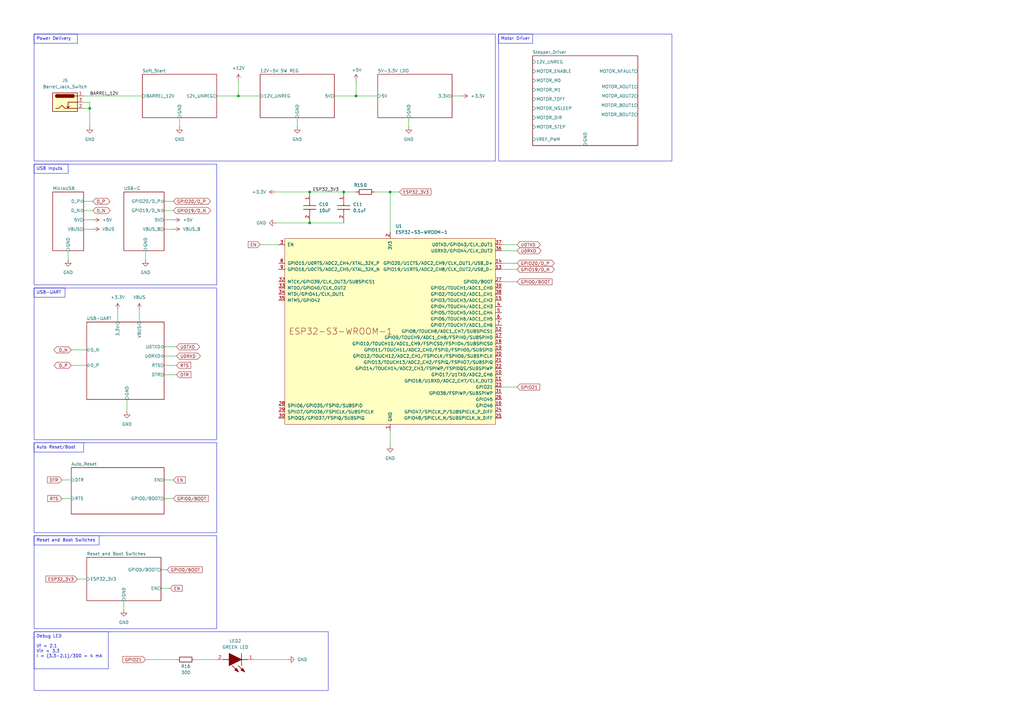
<source format=kicad_sch>
(kicad_sch (version 20250114) (generator "eeschema") (generator_version "9.0")
  (paper "A3")
  (title_block (title "PAF-hw_Electrical_Schematic") (date "2025-10-19") (rev "A"))
  (lib_symbols
    (symbol "Connector:Barrel_Jack_Switch" (pin_names (hide yes))
      (property "Reference" "J" (at 0 5.334 0))
      (property "Value" "Barrel_Jack_Switch" (at 0 -5.08 0))
      (symbol "Barrel_Jack_Switch_0_1"
        (rectangle (start -5.08 3.81) (end 5.08 -3.81) (stroke (width 0.254)) (fill (type background)))
        (polyline (pts (xy -3.81 -2.54) (xy -2.54 -2.54) (xy -1.27 -1.27) (xy 0 -2.54) (xy 2.54 -2.54) (xy 5.08 -2.54)) (stroke (width 0.254)))
        (arc (start -3.302 1.905) (mid -3.9343 2.54) (end -3.302 3.175) (stroke (width 0.254)))
        (arc (start -3.302 1.905) (mid -3.9343 2.54) (end -3.302 3.175) (stroke (width 0.254)) (fill (type outline)))
        (polyline (pts (xy 1.27 -2.286) (xy 1.905 -1.651)) (stroke (width 0.254)))
        (rectangle (start 3.683 3.175) (end -3.302 1.905) (stroke (width 0.254)) (fill (type outline)))
        (polyline (pts (xy 5.08 2.54) (xy 3.81 2.54)) (stroke (width 0.254)))
        (polyline (pts (xy 5.08 0) (xy 1.27 0) (xy 1.27 -2.286) (xy 0.635 -1.651)) (stroke (width 0.254)))
      )
      (symbol "Barrel_Jack_Switch_1_1"
        (pin passive line (at 7.62 2.54 180) (length 2.54) (name "~") (number "1"))
        (pin passive line (at 7.62 0 180) (length 2.54) (name "~") (number "3"))
        (pin passive line (at 7.62 -2.54 180) (length 2.54) (name "~") (number "2"))
      )
    )
    (symbol "Device:R" (pin_numbers (hide yes)) (pin_names (offset 0))
      (property "Reference" "R" (at 2.032 0 90))
      (property "Value" "R" (at 0 0 90))
      (symbol "R_0_1"
        (rectangle (start -1.016 -2.54) (end 1.016 2.54) (stroke (width 0.254)))
      )
      (symbol "R_1_1"
        (pin passive line (at 0 3.81 270) (length 1.27) (name "~") (number "1"))
        (pin passive line (at 0 -3.81 90) (length 1.27) (name "~") (number "2"))
      )
    )
    (symbol "PCM_Espressif:ESP32-S3-WROOM-1" (pin_names (offset 1.016))
      (property "Reference" "U" (at -43.18 43.18 0))
      (property "Value" "ESP32-S3-WROOM-1" (at -43.18 40.64 0))
      (symbol "ESP32-S3-WROOM-1_0_0"
        (text "ESP32-S3-WROOM-1" (at -20.32 0 0) (effects (font (size 2.54 2.54))))
        (pin input line (at -45.72 35.56 0) (length 2.54) (name "EN") (number "3"))
        (pin bidirectional line (at -45.72 27.94 0) (length 2.54) (name "GPIO15/U0RTS/ADC2_CH4/XTAL_32K_P") (number "8"))
        (pin bidirectional line (at -45.72 25.4 0) (length 2.54) (name "GPIO16/U0CTS/ADC2_CH5/XTAL_32K_N") (number "9"))
        (pin bidirectional line (at -45.72 20.32 0) (length 2.54) (name "MTCK/GPIO39/CLK_OUT3/SUBSPICS1") (number "32"))
        (pin bidirectional line (at -45.72 17.78 0) (length 2.54) (name "MTDO/GPIO40/CLK_OUT2") (number "33"))
        (pin bidirectional line (at -45.72 15.24 0) (length 2.54) (name "MTDI/GPIO41/CLK_OUT1") (number "34"))
        (pin bidirectional line (at -45.72 12.7 0) (length 2.54) (name "MTMS/GPIO42") (number "35"))
        (pin bidirectional line (at -45.72 -30.48 0) (length 2.54) (name "SPIIO6/GPIO35/FSPID/SUBSPID") (number "28"))
        (pin bidirectional line (at -45.72 -33.02 0) (length 2.54) (name "SPIIO7/GPIO36/FSPICLK/SUBSPICLK") (number "29"))
        (pin bidirectional line (at -45.72 -35.56 0) (length 2.54) (name "SPIDQS/GPIO37/FSPIQ/SUBSPIQ") (number "30"))
        (pin power_in line (at 0 40.64 270) (length 2.54) (name "3V3") (number "2"))
        (pin power_in line (at 0 -40.64 90) (length 2.54) (name "GND") (number "1"))
        (pin passive line (at 0 -40.64 90) (length 2.54) (hide yes) (name "GND") (number "40"))
        (pin passive line (at 0 -40.64 90) (length 2.54) (hide yes) (name "GND") (number "41"))
        (pin bidirectional line (at 45.72 35.56 180) (length 2.54) (name "U0TXD/GPIO43/CLK_OUT1") (number "37"))
        (pin bidirectional line (at 45.72 33.02 180) (length 2.54) (name "U0RXD/GPIO44/CLK_OUT2") (number "36"))
        (pin bidirectional line (at 45.72 27.94 180) (length 2.54) (name "GPIO20/U1CTS/ADC2_CH9/CLK_OUT1/USB_D+") (number "14"))
        (pin bidirectional line (at 45.72 25.4 180) (length 2.54) (name "GPIO19/U1RTS/ADC2_CH8/CLK_OUT2/USB_D-") (number "13"))
        (pin bidirectional line (at 45.72 20.32 180) (length 2.54) (name "GPIO0/BOOT") (number "27"))
        (pin bidirectional line (at 45.72 17.78 180) (length 2.54) (name "GPIO1/TOUCH1/ADC1_CH0") (number "39"))
        (pin bidirectional line (at 45.72 15.24 180) (length 2.54) (name "GPIO2/TOUCH2/ADC1_CH1") (number "38"))
        (pin bidirectional line (at 45.72 12.7 180) (length 2.54) (name "GPIO3/TOUCH3/ADC1_CH2") (number "15"))
        (pin bidirectional line (at 45.72 10.16 180) (length 2.54) (name "GPIO4/TOUCH4/ADC1_CH3") (number "4"))
        (pin bidirectional line (at 45.72 7.62 180) (length 2.54) (name "GPIO5/TOUCH5/ADC1_CH4") (number "5"))
        (pin bidirectional line (at 45.72 5.08 180) (length 2.54) (name "GPIO6/TOUCH6/ADC1_CH5") (number "6"))
        (pin bidirectional line (at 45.72 2.54 180) (length 2.54) (name "GPIO7/TOUCH7/ADC1_CH6") (number "7"))
        (pin bidirectional line (at 45.72 0 180) (length 2.54) (name "GPIO8/TOUCH8/ADC1_CH7/SUBSPICS1") (number "12"))
        (pin bidirectional line (at 45.72 -2.54 180) (length 2.54) (name "GPIO9/TOUCH9/ADC1_CH8/FSPIHD/SUBSPIHD") (number "17"))
        (pin bidirectional line (at 45.72 -5.08 180) (length 2.54) (name "GPIO10/TOUCH10/ADC1_CH9/FSPICS0/FSPIIO4/SUBSPICS0") (number "18"))
        (pin bidirectional line (at 45.72 -7.62 180) (length 2.54) (name "GPIO11/TOUCH11/ADC2_CH0/FSPID/FSPIIO5/SUBSPID") (number "19"))
        (pin bidirectional line (at 45.72 -10.16 180) (length 2.54) (name "GPIO12/TOUCH12/ADC2_CH1/FSPICLK/FSPIIO6/SUBSPICLK") (number "20"))
        (pin bidirectional line (at 45.72 -12.7 180) (length 2.54) (name "GPIO13/TOUCH13/ADC2_CH2/FSPIQ/FSPIIO7/SUBSPIQ") (number "21"))
        (pin bidirectional line (at 45.72 -15.24 180) (length 2.54) (name "GPIO14/TOUCH14/ADC2_CH3/FSPIWP/FSPIDQS/SUBSPIWP") (number "22"))
        (pin bidirectional line (at 45.72 -17.78 180) (length 2.54) (name "GPIO17/U1TXD/ADC2_CH6") (number "10"))
        (pin bidirectional line (at 45.72 -20.32 180) (length 2.54) (name "GPIO18/U1RXD/ADC2_CH7/CLK_OUT3") (number "11"))
        (pin bidirectional line (at 45.72 -22.86 180) (length 2.54) (name "GPIO21") (number "23"))
        (pin bidirectional line (at 45.72 -25.4 180) (length 2.54) (name "GPIO38/FSPIWP/SUBSPIWP") (number "31"))
        (pin bidirectional line (at 45.72 -27.94 180) (length 2.54) (name "GPIO45") (number "26"))
        (pin bidirectional line (at 45.72 -30.48 180) (length 2.54) (name "GPIO46") (number "16"))
        (pin bidirectional line (at 45.72 -33.02 180) (length 2.54) (name "GPIO47/SPICLK_P/SUBSPICLK_P_DIFF") (number "24"))
        (pin bidirectional line (at 45.72 -35.56 180) (length 2.54) (name "GPIO48/SPICLK_N/SUBSPICLK_N_DIFF") (number "25"))
      )
      (symbol "ESP32-S3-WROOM-1_0_1"
        (rectangle (start -43.18 38.1) (end 43.18 -38.1) (fill (type background)))
      )
    )
    (symbol "SamacSys_Parts:C0603C104K5RACTU" (pin_names (hide yes))
      (property "Reference" "C" (at 8.89 6.35 0))
      (property "Value" "C0603C104K5RACTU" (at 8.89 3.81 0))
      (symbol "C0603C104K5RACTU_1_1"
        (polyline (pts (xy 5.08 0) (xy 5.588 0)) (stroke (width 0.254)))
        (polyline (pts (xy 5.588 2.54) (xy 5.588 -2.54)) (stroke (width 0.254)))
        (polyline (pts (xy 7.112 2.54) (xy 7.112 -2.54)) (stroke (width 0.254)))
        (polyline (pts (xy 7.112 0) (xy 7.62 0)) (stroke (width 0.254)))
        (pin passive line (at 0 0 0) (length 5.08) (name "1") (number "1"))
        (pin passive line (at 12.7 0 180) (length 5.08) (name "2") (number "2"))
      )
    )
    (symbol "SamacSys_Parts:CL21A106KAYNNNE" (pin_names (hide yes))
      (property "Reference" "C" (at 8.89 6.35 0))
      (property "Value" "CL21A106KAYNNNE" (at 8.89 3.81 0))
      (symbol "CL21A106KAYNNNE_1_1"
        (polyline (pts (xy 5.08 0) (xy 5.588 0)) (stroke (width 0.254)))
        (polyline (pts (xy 5.588 2.54) (xy 5.588 -2.54)) (stroke (width 0.254)))
        (polyline (pts (xy 7.112 2.54) (xy 7.112 -2.54)) (stroke (width 0.254)))
        (polyline (pts (xy 7.112 0) (xy 7.62 0)) (stroke (width 0.254)))
        (pin passive line (at 0 0 0) (length 5.08) (name "1") (number "1"))
        (pin passive line (at 12.7 0 180) (length 5.08) (name "2") (number "2"))
      )
    )
    (symbol "SamacSys_Parts:LTST-C170GKT" (pin_names (hide yes))
      (property "Reference" "LED" (at 12.7 8.89 0))
      (property "Value" "LTST-C170GKT" (at 12.7 6.35 0))
      (symbol "LTST-C170GKT_1_1"
        (polyline (pts (xy 2.54 0) (xy 5.08 0)) (stroke (width 0.254)))
        (polyline (pts (xy 5.08 2.54) (xy 5.08 -2.54)) (stroke (width 0.254)))
        (polyline (pts (xy 5.08 0) (xy 10.16 2.54) (xy 10.16 -2.54) (xy 5.08 0)) (stroke (width 0.254)) (fill (type outline)))
        (polyline (pts (xy 5.334 4.318) (xy 4.572 3.556) (xy 3.81 5.08) (xy 5.334 4.318)) (stroke (width 0.254)) (fill (type outline)))
        (polyline (pts (xy 6.35 2.54) (xy 3.81 5.08)) (stroke (width 0.254)))
        (polyline (pts (xy 7.874 4.318) (xy 7.112 3.556) (xy 6.35 5.08) (xy 7.874 4.318)) (stroke (width 0.254)) (fill (type outline)))
        (polyline (pts (xy 8.89 2.54) (xy 6.35 5.08)) (stroke (width 0.254)))
        (polyline (pts (xy 10.16 0) (xy 12.7 0)) (stroke (width 0.254)))
        (pin passive line (at 0 0 0) (length 2.54) (name "K") (number "1"))
        (pin passive line (at 15.24 0 180) (length 2.54) (name "A") (number "2"))
      )
    )
    (symbol "power:+12V" (power) (pin_numbers (hide yes)) (pin_names (offset 0) (hide yes))
      (property "Value" "+12V" (at 0 3.556 0))
      (symbol "+12V_0_1"
        (polyline (pts (xy -0.762 1.27) (xy 0 2.54)))
        (polyline (pts (xy 0 2.54) (xy 0.762 1.27)))
        (polyline (pts (xy 0 0) (xy 0 2.54)))
      )
      (symbol "+12V_1_1"
        (pin power_in line (at 0 0 90) (length 0) (name "~") (number "1"))
      )
    )
    (symbol "power:+3.3V" (power) (pin_numbers (hide yes)) (pin_names (offset 0) (hide yes))
      (property "Value" "+3.3V" (at 0 3.556 0))
      (symbol "+3.3V_0_1"
        (polyline (pts (xy -0.762 1.27) (xy 0 2.54)))
        (polyline (pts (xy 0 2.54) (xy 0.762 1.27)))
        (polyline (pts (xy 0 0) (xy 0 2.54)))
      )
      (symbol "+3.3V_1_1"
        (pin power_in line (at 0 0 90) (length 0) (name "~") (number "1"))
      )
    )
    (symbol "power:+5V" (power) (pin_numbers (hide yes)) (pin_names (offset 0) (hide yes))
      (property "Value" "+5V" (at 0 3.556 0))
      (symbol "+5V_0_1"
        (polyline (pts (xy -0.762 1.27) (xy 0 2.54)))
        (polyline (pts (xy 0 2.54) (xy 0.762 1.27)))
        (polyline (pts (xy 0 0) (xy 0 2.54)))
      )
      (symbol "+5V_1_1"
        (pin power_in line (at 0 0 90) (length 0) (name "~") (number "1"))
      )
    )
    (symbol "power:GND" (power) (pin_numbers (hide yes)) (pin_names (offset 0) (hide yes))
      (property "Value" "GND" (at 0 -3.81 0))
      (symbol "GND_0_1"
        (polyline (pts (xy 0 0) (xy 0 -1.27) (xy 1.27 -1.27) (xy 0 -2.54) (xy -1.27 -1.27) (xy 0 -1.27)))
      )
      (symbol "GND_1_1"
        (pin power_in line (at 0 0 270) (length 0) (name "~") (number "1"))
      )
    )
    (symbol "power:VBUS" (power) (pin_numbers (hide yes)) (pin_names (offset 0) (hide yes))
      (property "Value" "VBUS" (at 0 3.556 0))
      (symbol "VBUS_0_1"
        (polyline (pts (xy -0.762 1.27) (xy 0 2.54)))
        (polyline (pts (xy 0 2.54) (xy 0.762 1.27)))
        (polyline (pts (xy 0 0) (xy 0 2.54)))
      )
      (symbol "VBUS_1_1"
        (pin power_in line (at 0 0 90) (length 0) (name "~") (number "1"))
      )
    )
  )
  (rectangle (start 13.97 219.71) (end 88.9 257.81))
  (rectangle (start 13.97 181.61) (end 88.9 218.44))
  (rectangle (start 13.97 259.08) (end 134.62 283.21))
  (rectangle (start 13.97 118.11) (end 88.9 180.34))
  (rectangle (start 204.47 13.97) (end 275.59 66.04))
  (rectangle (start 13.97 13.97) (end 203.2 66.04))
  (rectangle (start 13.97 67.31) (end 88.9 116.84))
  (text_box "Motor Driver\n" (at 204.47 13.97 0) (size 13.97 3.81) (margins 0.9525 0.9525 0.9525 0.9525) (effects (font (size 1.27 1.27)) (justify left top)))
  (text_box "Reset and Boot Switches\n" (at 13.97 219.71 0) (size 26.67 3.81) (margins 0.9525 0.9525 0.9525 0.9525) (effects (font (size 1.27 1.27)) (justify left top)))
  (text_box "USB Inputs\n" (at 13.97 67.31 0) (size 13.97 3.81) (margins 0.9525 0.9525 0.9525 0.9525) (effects (font (size 1.27 1.27)) (justify left top)))
  (text_box "Power Delivery" (at 13.97 13.97 0) (size 17.78 3.81) (margins 0.9525 0.9525 0.9525 0.9525) (effects (font (size 1.27 1.27)) (justify left top)))
  (text_box "Auto Reset/Boot\n" (at 13.97 181.61 0) (size 20.32 3.81) (margins 0.9525 0.9525 0.9525 0.9525) (effects (font (size 1.27 1.27)) (justify left top)))
  (text_box "Debug LED\n\nVf = 2.1\nVin = 3.3\nI = (3.3-2.1)/300 = 4 mA" (at 13.97 259.08 0) (size 30.48 15.24) (margins 0.9525 0.9525 0.9525 0.9525) (effects (font (size 1.27 1.27)) (justify left top)))
  (text_box "USB-UART\n" (at 13.97 118.11 0) (size 12.7 3.81) (margins 0.9525 0.9525 0.9525 0.9525) (effects (font (size 1.27 1.27)) (justify left top)))
  (junction (at 140.97 78.74))
  (junction (at 127 78.74))
  (junction (at 146.05 39.37))
  (junction (at 127 91.44))
  (junction (at 36.83 44.45))
  (junction (at 160.02 78.74))
  (junction (at 97.79 39.37))
  (wire (pts (xy 160.02 78.74) (xy 163.83 78.74)))
  (wire (pts (xy 146.05 39.37) (xy 154.94 39.37)))
  (wire (pts (xy 106.68 100.33) (xy 114.3 100.33)))
  (wire (pts (xy 73.66 48.26) (xy 73.66 52.07)))
  (wire (pts (xy 67.31 149.86) (xy 72.39 149.86)))
  (wire (pts (xy 113.03 78.74) (xy 127 78.74)))
  (wire (pts (xy 50.8 246.38) (xy 50.8 250.19)))
  (wire (pts (xy 153.67 78.74) (xy 160.02 78.74)))
  (wire (pts (xy 80.01 270.51) (xy 88.9 270.51)))
  (wire (pts (xy 34.29 44.45) (xy 36.83 44.45)))
  (wire (pts (xy 29.21 143.51) (xy 35.56 143.51)))
  (wire (pts (xy 205.74 107.95) (xy 212.09 107.95)))
  (wire (pts (xy 205.74 115.57) (xy 212.09 115.57)))
  (wire (pts (xy 67.31 146.05) (xy 72.39 146.05)))
  (wire (pts (xy 160.02 78.74) (xy 160.02 95.25)))
  (wire (pts (xy 25.4 204.47) (xy 29.21 204.47)))
  (wire (pts (xy 160.02 176.53) (xy 160.02 182.88)))
  (wire (pts (xy 67.31 90.17) (xy 71.12 90.17)))
  (wire (pts (xy 66.04 241.3) (xy 69.85 241.3)))
  (wire (pts (xy 67.31 204.47) (xy 71.12 204.47)))
  (wire (pts (xy 88.9 39.37) (xy 97.79 39.37)))
  (wire (pts (xy 66.04 233.68) (xy 68.58 233.68)))
  (wire (pts (xy 34.29 82.55) (xy 38.1 82.55)))
  (wire (pts (xy 31.75 237.49) (xy 35.56 237.49)))
  (wire (pts (xy 104.14 270.51) (xy 118.11 270.51)))
  (wire (pts (xy 67.31 82.55) (xy 71.12 82.55)))
  (wire (pts (xy 52.07 163.83) (xy 52.07 168.91)))
  (wire (pts (xy 67.31 153.67) (xy 72.39 153.67)))
  (wire (pts (xy 57.15 127) (xy 57.15 132.08)))
  (wire (pts (xy 127 91.44) (xy 140.97 91.44)))
  (wire (pts (xy 34.29 90.17) (xy 38.1 90.17)))
  (wire (pts (xy 127 78.74) (xy 140.97 78.74)))
  (wire (pts (xy 97.79 33.02) (xy 97.79 39.37)))
  (wire (pts (xy 27.94 102.87) (xy 27.94 106.68)))
  (wire (pts (xy 205.74 102.87) (xy 212.09 102.87)))
  (wire (pts (xy 34.29 86.36) (xy 38.1 86.36)))
  (wire (pts (xy 36.83 52.07) (xy 36.83 44.45)))
  (wire (pts (xy 205.74 110.49) (xy 212.09 110.49)))
  (wire (pts (xy 59.69 102.87) (xy 59.69 106.68)))
  (wire (pts (xy 140.97 78.74) (xy 146.05 78.74)))
  (wire (pts (xy 34.29 41.91) (xy 36.83 41.91)))
  (wire (pts (xy 25.4 196.85) (xy 29.21 196.85)))
  (wire (pts (xy 34.29 93.98) (xy 38.1 93.98)))
  (wire (pts (xy 146.05 33.02) (xy 146.05 39.37)))
  (wire (pts (xy 67.31 86.36) (xy 71.12 86.36)))
  (wire (pts (xy 113.03 91.44) (xy 127 91.44)))
  (wire (pts (xy 167.64 52.07) (xy 167.64 48.26)))
  (wire (pts (xy 59.69 270.51) (xy 72.39 270.51)))
  (wire (pts (xy 205.74 158.75) (xy 212.09 158.75)))
  (wire (pts (xy 34.29 39.37) (xy 58.42 39.37)))
  (wire (pts (xy 121.92 48.26) (xy 121.92 52.07)))
  (wire (pts (xy 185.42 39.37) (xy 189.23 39.37)))
  (wire (pts (xy 67.31 142.24) (xy 72.39 142.24)))
  (wire (pts (xy 48.26 127) (xy 48.26 132.08)))
  (wire (pts (xy 137.16 39.37) (xy 146.05 39.37)))
  (wire (pts (xy 67.31 196.85) (xy 71.12 196.85)))
  (wire (pts (xy 205.74 100.33) (xy 212.09 100.33)))
  (wire (pts (xy 36.83 41.91) (xy 36.83 44.45)))
  (wire (pts (xy 29.21 149.86) (xy 35.56 149.86)))
  (wire (pts (xy 97.79 39.37) (xy 106.68 39.37)))
  (wire (pts (xy 67.31 93.98) (xy 71.12 93.98)))
  (label "BARREL_12V" (at 36.83 39.37 0))
  (label "ESP32_3V3" (at 128.27 78.74 0))
  (global_label "GPIO19{slash}D_N" (shape bidirectional) (at 212.09 110.49 0) (property "Intersheetrefs" "${INTERSHEET_REFS}" (effects (hide yes))))
  (global_label "RTS" (shape input) (at 25.4 204.47 180) (property "Intersheetrefs" "${INTERSHEET_REFS}" (effects (hide yes))))
  (global_label "DTR" (shape input) (at 72.39 153.67 0) (property "Intersheetrefs" "${INTERSHEET_REFS}" (effects (hide yes))))
  (global_label "GPIO20{slash}D_P" (shape bidirectional) (at 71.12 82.55 0) (property "Intersheetrefs" "${INTERSHEET_REFS}" (effects (hide yes))))
  (global_label "D_N" (shape bidirectional) (at 29.21 143.51 180) (property "Intersheetrefs" "${INTERSHEET_REFS}" (effects (hide yes))))
  (global_label "D_P" (shape bidirectional) (at 38.1 82.55 0) (property "Intersheetrefs" "${INTERSHEET_REFS}" (effects (hide yes))))
  (global_label "EN" (shape input) (at 106.68 100.33 180) (property "Intersheetrefs" "${INTERSHEET_REFS}" (effects (hide yes))))
  (global_label "RTS" (shape input) (at 72.39 149.86 0) (property "Intersheetrefs" "${INTERSHEET_REFS}" (effects (hide yes))))
  (global_label "DTR" (shape input) (at 25.4 196.85 180) (property "Intersheetrefs" "${INTERSHEET_REFS}" (effects (hide yes))))
  (global_label "EN" (shape input) (at 69.85 241.3 0) (property "Intersheetrefs" "${INTERSHEET_REFS}" (effects (hide yes))))
  (global_label "GPIO21" (shape input) (at 59.69 270.51 180) (property "Intersheetrefs" "${INTERSHEET_REFS}" (effects (hide yes))))
  (global_label "U0RXD" (shape bidirectional) (at 72.39 146.05 0) (property "Intersheetrefs" "${INTERSHEET_REFS}" (effects (hide yes))))
  (global_label "ESP32_3V3" (shape input) (at 163.83 78.74 0) (property "Intersheetrefs" "${INTERSHEET_REFS}" (effects (hide yes))))
  (global_label "D_N" (shape bidirectional) (at 38.1 86.36 0) (property "Intersheetrefs" "${INTERSHEET_REFS}" (effects (hide yes))))
  (global_label "U0RXD" (shape bidirectional) (at 212.09 102.87 0) (property "Intersheetrefs" "${INTERSHEET_REFS}" (effects (hide yes))))
  (global_label "D_P" (shape bidirectional) (at 29.21 149.86 180) (property "Intersheetrefs" "${INTERSHEET_REFS}" (effects (hide yes))))
  (global_label "GPIO19{slash}D_N" (shape bidirectional) (at 71.12 86.36 0) (property "Intersheetrefs" "${INTERSHEET_REFS}" (effects (hide yes))))
  (global_label "EN" (shape input) (at 71.12 196.85 0) (property "Intersheetrefs" "${INTERSHEET_REFS}" (effects (hide yes))))
  (global_label "U0TXD" (shape bidirectional) (at 212.09 100.33 0) (property "Intersheetrefs" "${INTERSHEET_REFS}" (effects (hide yes))))
  (global_label "GPIO0{slash}BOOT" (shape input) (at 71.12 204.47 0) (property "Intersheetrefs" "${INTERSHEET_REFS}" (effects (hide yes))))
  (global_label "GPIO0{slash}BOOT" (shape input) (at 212.09 115.57 0) (property "Intersheetrefs" "${INTERSHEET_REFS}" (effects (hide yes))))
  (global_label "U0TXD" (shape bidirectional) (at 72.39 142.24 0) (property "Intersheetrefs" "${INTERSHEET_REFS}" (effects (hide yes))))
  (global_label "GPIO0{slash}BOOT" (shape input) (at 68.58 233.68 0) (property "Intersheetrefs" "${INTERSHEET_REFS}" (effects (hide yes))))
  (global_label "GPIO21" (shape input) (at 212.09 158.75 0) (property "Intersheetrefs" "${INTERSHEET_REFS}" (effects (hide yes))))
  (global_label "ESP32_3V3" (shape input) (at 31.75 237.49 180) (property "Intersheetrefs" "${INTERSHEET_REFS}" (effects (hide yes))))
  (global_label "GPIO20{slash}D_P" (shape bidirectional) (at 212.09 107.95 0) (property "Intersheetrefs" "${INTERSHEET_REFS}" (effects (hide yes))))
  (symbol (lib_id "power:+12V") (at 97.79 33.02 0) (unit 1)
    (property "Reference" "#PWR012" (effects (hide yes)))
    (property "Value" "+12V" (at 97.79 27.94 0))
    (property "Description" "Power symbol creates a global label with name \"+12V\"" (effects (hide yes)))
  )
  (symbol (lib_id "power:+5V") (at 38.1 90.17 270) (unit 1)
    (property "Reference" "#PWR041" (effects (hide yes)))
    (property "Value" "+5V" (at 41.91 90.1699 90) (effects (justify left)))
    (property "Description" "Power symbol creates a global label with name \"+5V\"" (effects (hide yes)))
  )
  (symbol (lib_id "power:GND") (at 121.92 52.07 0) (unit 1)
    (property "Reference" "#PWR013" (effects (hide yes)))
    (property "Value" "GND" (at 121.92 57.15 0))
    (property "Description" "Power symbol creates a global label with name \"GND\" , ground" (effects (hide yes)))
  )
  (symbol (lib_id "power:GND") (at 36.83 52.07 0) (unit 1)
    (property "Reference" "#PWR011" (effects (hide yes)))
    (property "Value" "GND" (at 36.83 57.15 0))
    (property "Description" "Power symbol creates a global label with name \"GND\" , ground" (effects (hide yes)))
  )
  (symbol (lib_id "PCM_Espressif:ESP32-S3-WROOM-1") (at 160.02 135.89 0) (unit 1)
    (property "Reference" "U1" (at 162.1633 92.71 0) (effects (justify left)))
    (property "Value" "ESP32-S3-WROOM-1" (at 162.1633 95.25 0) (effects (justify left)))
    (property "Footprint" "PCM_Espressif:ESP32-S3-WROOM-1" (effects (hide yes)))
    (property "Datasheet" "https://www.espressif.com/sites/default/files/documentation/esp32-s3-wroom-1_wroom-1u_datasheet_en.pdf" (effects (hide yes)))
    (property "Description" "2.4 GHz WiFi (802.11 b/g/n) and Bluetooth ® 5 (LE) module Built around ESP32S3 series of SoCs, Xtensa ® dualcore 32bit LX7 microprocessor Flash up to 16 MB, PSRAM up to 8 MB 36 GPIOs, rich set of peripherals Onboard PCB antenna" (effects (hide yes)))
  )
  (symbol (lib_id "power:GND") (at 52.07 168.91 0) (unit 1)
    (property "Reference" "#PWR05" (effects (hide yes)))
    (property "Value" "GND" (at 52.07 173.99 0))
    (property "Description" "Power symbol creates a global label with name \"GND\" , ground" (effects (hide yes)))
  )
  (symbol (lib_id "power:GND") (at 167.64 52.07 0) (unit 1)
    (property "Reference" "#PWR020" (effects (hide yes)))
    (property "Value" "GND" (at 167.64 57.15 0))
    (property "Description" "Power symbol creates a global label with name \"GND\" , ground" (effects (hide yes)))
  )
  (symbol (lib_id "power:GND") (at 113.03 91.44 270) (unit 1)
    (property "Reference" "#PWR018" (effects (hide yes)))
    (property "Value" "GND" (at 109.22 91.4399 90) (effects (justify right)))
    (property "Description" "Power symbol creates a global label with name \"GND\" , ground" (effects (hide yes)))
  )
  (symbol (lib_id "power:VBUS") (at 38.1 93.98 270) (unit 1)
    (property "Reference" "#PWR042" (effects (hide yes)))
    (property "Value" "VBUS" (at 41.91 93.9799 90) (effects (justify left)))
    (property "Description" "Power symbol creates a global label with name \"VBUS\"" (effects (hide yes)))
  )
  (symbol (lib_id "power:VBUS") (at 71.12 93.98 270) (unit 1)
    (property "Reference" "#PWR04" (effects (hide yes)))
    (property "Value" "VBUS_B" (at 74.93 93.9799 90) (effects (justify left)))
    (property "Description" "Power symbol creates a global label with name \"VBUS\"" (effects (hide yes)))
  )
  (symbol (lib_id "power:GND") (at 160.02 182.88 0) (unit 1)
    (property "Reference" "#PWR01" (effects (hide yes)))
    (property "Value" "GND" (at 160.02 187.96 0))
    (property "Description" "Power symbol creates a global label with name \"GND\" , ground" (effects (hide yes)))
  )
  (symbol (lib_id "power:+3.3V") (at 113.03 78.74 90) (unit 1)
    (property "Reference" "#PWR015" (effects (hide yes)))
    (property "Value" "+3.3V" (at 109.22 78.7399 90) (effects (justify left)))
    (property "Description" "Power symbol creates a global label with name \"+3.3V\"" (effects (hide yes)))
  )
  (symbol (lib_id "SamacSys_Parts:CL21A106KAYNNNE") (at 127 78.74 270) (unit 1)
    (property "Reference" "C10" (at 130.81 83.8199 90) (effects (justify left)))
    (property "Value" "10uF" (at 130.81 86.3599 90) (effects (justify left)))
    (property "Footprint" "CAPC2012X145N" (effects (hide yes)))
    (property "Datasheet" "https://datasheet.datasheetarchive.com/originals/distributors/Datasheets_SAMA/6a45835c9b7400e9b49c55c38a8ff4a2.pdf" (effects (hide yes)))
    (property "Description" "Samsung" (effects (hide yes)))
    (property "Height" "1.45" (effects (hide yes)))
    (property "Manufacturer_Name" "SAMSUNG" (effects (hide yes)))
    (property "Manufacturer_Part_Number" "CL21A106KAYNNNE" (effects (hide yes)))
    (property "Mouser Part Number" "187-CL21A106KAYNNNE" (effects (hide yes)))
    (property "Mouser Price/Stock" "https://www.mouser.co.uk/ProductDetail/Samsung-Electro-Mechanics/CL21A106KAYNNNE?qs=yOVawPpwOwmTXAd4dJtNjA%3D%3D" (effects (hide yes)))
    (property "Arrow Part Number" "CL21A106KAYNNNE" (effects (hide yes)))
    (property "Arrow Price/Stock" "https://www.arrow.com/en/products/cl21a106kaynnne/samsung-electro-mechanics?utm_currency=USD&region=nac" (effects (hide yes)))
  )
  (symbol (lib_id "Device:R") (at 149.86 78.74 270) (unit 1)
    (property "Reference" "R15" (at 147.066 75.946 90))
    (property "Value" "0" (at 149.86 75.946 90))
    (property "Description" "Resistor" (effects (hide yes)))
  )
  (symbol (lib_id "power:+3.3V") (at 48.26 127 0) (unit 1)
    (property "Reference" "#PWR06" (effects (hide yes)))
    (property "Value" "+3.3V" (at 48.26 121.92 0))
    (property "Description" "Power symbol creates a global label with name \"+3.3V\"" (effects (hide yes)))
  )
  (symbol (lib_id "Device:R") (at 76.2 270.51 270) (unit 1)
    (property "Reference" "R16" (at 76.2 273.304 90))
    (property "Value" "300" (at 76.2 275.844 90))
    (property "Description" "Resistor" (effects (hide yes)))
  )
  (symbol (lib_id "power:GND") (at 27.94 106.68 0) (unit 1)
    (property "Reference" "#PWR033" (effects (hide yes)))
    (property "Value" "GND" (at 27.94 111.76 0))
    (property "Description" "Power symbol creates a global label with name \"GND\" , ground" (effects (hide yes)))
  )
  (symbol (lib_id "power:GND") (at 59.69 106.68 0) (unit 1)
    (property "Reference" "#PWR02" (effects (hide yes)))
    (property "Value" "GND" (at 59.69 111.76 0))
    (property "Description" "Power symbol creates a global label with name \"GND\" , ground" (effects (hide yes)))
  )
  (symbol (lib_id "power:+5V") (at 146.05 33.02 0) (unit 1)
    (property "Reference" "#PWR08" (effects (hide yes)))
    (property "Value" "+5V" (at 144.272 28.702 0) (effects (justify left)))
    (property "Description" "Power symbol creates a global label with name \"+5V\"" (effects (hide yes)))
  )
  (symbol (lib_id "SamacSys_Parts:LTST-C170GKT") (at 104.14 270.51 180) (unit 1)
    (property "Reference" "LED2" (at 96.52 262.89 0))
    (property "Value" "GREEN LED" (at 96.52 265.43 0))
    (property "Footprint" "LEDC2012X120N" (effects (hide yes)))
    (property "Datasheet" "https://mm.digikey.com/Volume0/opasdata/d220001/medias/docus/895/LTST-C170GKT.pdf" (effects (hide yes)))
    (property "Description" "LED,SMD,0805,Green,6mcd,130deg Lite-On LTST-C170GKT, CHIPLED 0805 Series Green LED, 569 nm 2012 (0805), Rectangle Lens SMD package" (effects (hide yes)))
    (property "Height" "1.2" (effects (hide yes)))
    (property "Manufacturer_Name" "Lite-On" (effects (hide yes)))
    (property "Manufacturer_Part_Number" "LTST-C170GKT" (effects (hide yes)))
    (property "Mouser Part Number" "859-LTST-C170GKT" (effects (hide yes)))
    (property "Mouser Price/Stock" "https://www.mouser.co.uk/ProductDetail/LITEON/LTST-C170GKT?qs=%2FSqKn2EfXQSV5aRij3YIfQ%3D%3D" (effects (hide yes)))
    (property "Arrow Part Number" "LTST-C170GKT" (effects (hide yes)))
    (property "Arrow Price/Stock" "https://www.arrow.com/en/products/ltst-c170gkt/lite-on-technology?utm_currency=USD&region=nac" (effects (hide yes)))
  )
  (symbol (lib_id "power:+5V") (at 71.12 90.17 270) (unit 1)
    (property "Reference" "#PWR03" (effects (hide yes)))
    (property "Value" "+5V" (at 74.93 90.1699 90) (effects (justify left)))
    (property "Description" "Power symbol creates a global label with name \"+5V\"" (effects (hide yes)))
  )
  (symbol (lib_id "power:GND") (at 73.66 52.07 0) (unit 1)
    (property "Reference" "#PWR010" (effects (hide yes)))
    (property "Value" "GND" (at 73.66 57.15 0))
    (property "Description" "Power symbol creates a global label with name \"GND\" , ground" (effects (hide yes)))
  )
  (symbol (lib_id "SamacSys_Parts:C0603C104K5RACTU") (at 140.97 78.74 270) (unit 1)
    (property "Reference" "C11" (at 144.78 83.8199 90) (effects (justify left)))
    (property "Value" "0.1uF" (at 144.78 86.3599 90) (effects (justify left)))
    (property "Footprint" "C0603" (effects (hide yes)))
    (property "Datasheet" "https://content.kemet.com/datasheets/KEM_C1002_X7R_SMD.pdf" (effects (hide yes)))
    (property "Description" "SMD Comm X7R, Ceramic, 0.1 uF, 10%, 50 VDC, 125 VDC, 125C, -55C, X7R, SMD, MLCC, Temperature Stable, Class II, 2.5 % , 5 GOhms, 7.3 mg, 0603, 1.6mm, 0.8mm, 0.8mm, 0.7mm, 0.35mm, 4000, 78  Weeks, 80" (effects (hide yes)))
    (property "Height" "0.87" (effects (hide yes)))
    (property "Manufacturer_Name" "KEMET" (effects (hide yes)))
    (property "Manufacturer_Part_Number" "C0603C104K5RACTU" (effects (hide yes)))
    (property "Mouser Part Number" "80-C0603C104K5R" (effects (hide yes)))
    (property "Mouser Price/Stock" "https://www.mouser.co.uk/ProductDetail/KEMET/C0603C104K5RACTU?qs=l5k%252BbMnNDkkVcnZPSAaaiQ%3D%3D" (effects (hide yes)))
    (property "Arrow Part Number" "C0603C104K5RACTU" (effects (hide yes)))
    (property "Arrow Price/Stock" "https://www.arrow.com/en/products/c0603c104k5ractu/kemet-corporation?utm_currency=USD&region=nac" (effects (hide yes)))
  )
  (symbol (lib_id "Connector:Barrel_Jack_Switch") (at 26.67 41.91 0) (unit 1)
    (property "Reference" "J5" (at 26.67 33.02 0))
    (property "Value" "Barrel_Jack_Switch" (at 26.67 35.56 0))
    (property "Description" "DC Barrel Jack with an internal switch" (effects (hide yes)))
  )
  (symbol (lib_id "power:+3.3V") (at 189.23 39.37 270) (unit 1)
    (property "Reference" "#PWR014" (effects (hide yes)))
    (property "Value" "+3.3V" (at 193.04 39.3699 90) (effects (justify left)))
    (property "Description" "Power symbol creates a global label with name \"+3.3V\"" (effects (hide yes)))
  )
  (symbol (lib_id "power:VBUS") (at 57.15 127 0) (unit 1)
    (property "Reference" "#PWR07" (effects (hide yes)))
    (property "Value" "VBUS" (at 57.15 121.92 0))
    (property "Description" "Power symbol creates a global label with name \"VBUS\"" (effects (hide yes)))
  )
  (symbol (lib_id "power:GND") (at 50.8 250.19 0) (unit 1)
    (property "Reference" "#PWR09" (effects (hide yes)))
    (property "Value" "GND" (at 50.8 255.27 0))
    (property "Description" "Power symbol creates a global label with name \"GND\" , ground" (effects (hide yes)))
  )
  (symbol (lib_id "power:GND") (at 118.11 270.51 90) (unit 1)
    (property "Reference" "#PWR028" (effects (hide yes)))
    (property "Value" "GND" (at 121.92 270.5099 90) (effects (justify right)))
    (property "Description" "Power symbol creates a global label with name \"GND\" , ground" (effects (hide yes)))
  )
  (sheet (at 21.59 78.74) (size 12.7 24.13) (stroke (width 0.1524))
    (property "Sheetname" "MicroUSB" (at 21.59 78.0284 0) (effects (justify left bottom)))
    (property "Sheetfile" "MicroUSB.kicad_sch" (effects (hide yes)))
    (pin "D_P" bidirectional (at 34.29 82.55 0))
    (pin "D_N" bidirectional (at 34.29 86.36 0))
    (pin "5V" output (at 34.29 90.17 0))
    (pin "VBUS" output (at 34.29 93.98 0))
    (pin "GND" input (at 27.94 102.87 270))
  )
  (sheet (at 154.94 30.48) (size 30.48 17.78) (stroke (width 0.1524))
    (property "Sheetname" "5V-3.3V LDO" (at 154.94 29.7684 0) (effects (justify left bottom)))
    (property "Sheetfile" "5V-3.3V_LDO.kicad_sch" (effects (hide yes)))
    (pin "GND" input (at 167.64 48.26 270))
    (pin "3.3V" output (at 185.42 39.37 0))
    (pin "5V" input (at 154.94 39.37 180))
  )
  (sheet (at 58.42 30.48) (size 30.48 17.78) (stroke (width 0.1524))
    (property "Sheetname" "Soft_Start" (at 58.42 29.7684 0) (effects (justify left bottom)))
    (property "Sheetfile" "Soft_Start.kicad_sch" (effects (hide yes)))
    (pin "12V_UNREG" output (at 88.9 39.37 0))
    (pin "GND" input (at 73.66 48.26 270))
    (pin "BARREL_12V" input (at 58.42 39.37 180))
  )
  (sheet (at 35.56 132.08) (size 31.75 31.75) (stroke (width 0.1524))
    (property "Sheetname" "USB-UART" (at 35.56 131.3684 0) (effects (justify left bottom)))
    (property "Sheetfile" "USB-UART.kicad_sch" (effects (hide yes)))
    (pin "D_N" bidirectional (at 35.56 143.51 180))
    (pin "3.3V" input (at 48.26 132.08 90))
    (pin "D_P" bidirectional (at 35.56 149.86 180))
    (pin "VBUS" input (at 57.15 132.08 90))
    (pin "DTR" output (at 67.31 153.67 0))
    (pin "RTS" output (at 67.31 149.86 0))
    (pin "U0RXD" bidirectional (at 67.31 146.05 0))
    (pin "U0TXD" bidirectional (at 67.31 142.24 0))
    (pin "GND" input (at 52.07 163.83 270))
  )
  (sheet (at 106.68 30.48) (size 30.48 17.78) (stroke (width 0.1524))
    (property "Sheetname" "12V-5V SW REG" (at 106.68 29.7684 0) (effects (justify left bottom)))
    (property "Sheetfile" "12V-5V_SW_REG.kicad_sch" (effects (hide yes)))
    (pin "5V" output (at 137.16 39.37 0))
    (pin "12V_UNREG" input (at 106.68 39.37 180))
    (pin "GND" input (at 121.92 48.26 270))
  )
  (sheet (at 50.8 78.74) (size 16.51 24.13) (stroke (width 0.1524))
    (property "Sheetname" "USB-C" (at 50.8 78.0284 0) (effects (justify left bottom)))
    (property "Sheetfile" "USB-C.kicad_sch" (effects (hide yes)))
    (pin "GPIO19{slash}D_N" bidirectional (at 67.31 86.36 0))
    (pin "GND" input (at 59.69 102.87 270))
    (pin "GPIO20{slash}D_P" bidirectional (at 67.31 82.55 0))
    (pin "5V" output (at 67.31 90.17 0))
    (pin "VBUS_B" output (at 67.31 93.98 0))
  )
  (sheet (at 218.44 22.86) (size 43.18 36.83) (stroke (width 0.1524))
    (property "Sheetname" "Stepper_Driver" (at 218.44 22.1484 0) (effects (justify left bottom)))
    (property "Sheetfile" "Stepper_Driver.kicad_sch" (effects (hide yes)))
    (pin "GND" input (at 240.03 59.69 270))
    (pin "12V_UNREG" input (at 218.44 25.4 180))
    (pin "MOTOR_BOUT2" output (at 261.62 46.99 0))
    (pin "MOTOR_AOUT1" output (at 261.62 35.56 0))
    (pin "MOTOR_AOUT2" output (at 261.62 39.37 0))
    (pin "MOTOR_BOUT1" output (at 261.62 43.18 0))
    (pin "MOTOR_ENABLE" input (at 218.44 29.21 180))
    (pin "MOTOR_M1" input (at 218.44 36.83 180))
    (pin "MOTOR_M0" input (at 218.44 33.02 180))
    (pin "MOTOR_NFAULT" output (at 261.62 29.21 0))
    (pin "MOTOR_DIR" input (at 218.44 48.26 180))
    (pin "MOTOR_STEP" input (at 218.44 52.07 180))
    (pin "VREF_PWM" input (at 218.44 57.15 180))
    (pin "MOTOR_TOFF" input (at 218.44 40.64 180))
    (pin "MOTOR_NSLEEP" input (at 218.44 44.45 180))
  )
  (sheet (at 35.56 228.6) (size 30.48 17.78) (stroke (width 0.1524))
    (property "Sheetname" "Reset and Boot Switches" (at 35.56 227.8884 0) (effects (justify left bottom)))
    (property "Sheetfile" "Reset_Boot_Switches.kicad_sch" (effects (hide yes)))
    (pin "GPIO0{slash}BOOT" output (at 66.04 233.68 0))
    (pin "EN" output (at 66.04 241.3 0))
    (pin "ESP32_3V3" input (at 35.56 237.49 180))
    (pin "GND" input (at 50.8 246.38 270))
  )
  (sheet (at 29.21 191.77) (size 38.1 19.05) (stroke (width 0.1524))
    (property "Sheetname" "Auto_Reset" (at 29.21 191.0584 0) (effects (justify left bottom)))
    (property "Sheetfile" "Auto_Reset.kicad_sch" (effects (hide yes)))
    (pin "GPIO0{slash}BOOT" output (at 67.31 204.47 0))
    (pin "EN" output (at 67.31 196.85 0))
    (pin "DTR" input (at 29.21 196.85 180))
    (pin "RTS" input (at 29.21 204.47 180))
  )
)
</source>
